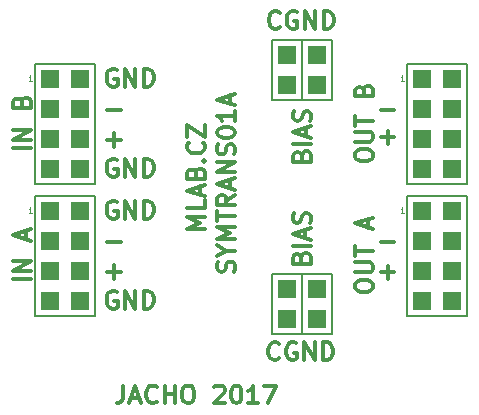
<source format=gbr>
%TF.GenerationSoftware,KiCad,Pcbnew,7.0.7-7.0.7~ubuntu23.04.1*%
%TF.CreationDate,2023-09-17T09:09:24+00:00*%
%TF.ProjectId,SYMTRANS01,53594d54-5241-44e5-9330-312e6b696361,REV*%
%TF.SameCoordinates,Original*%
%TF.FileFunction,Legend,Top*%
%TF.FilePolarity,Positive*%
%FSLAX46Y46*%
G04 Gerber Fmt 4.6, Leading zero omitted, Abs format (unit mm)*
G04 Created by KiCad (PCBNEW 7.0.7-7.0.7~ubuntu23.04.1) date 2023-09-17 09:09:24*
%MOMM*%
%LPD*%
G01*
G04 APERTURE LIST*
%ADD10C,0.300000*%
%ADD11C,0.050000*%
%ADD12C,0.150000*%
%ADD13R,1.524000X1.524000*%
G04 APERTURE END LIST*
D10*
X25089414Y14547257D02*
X25160842Y14761543D01*
X25160842Y14761543D02*
X25232271Y14832972D01*
X25232271Y14832972D02*
X25375128Y14904400D01*
X25375128Y14904400D02*
X25589414Y14904400D01*
X25589414Y14904400D02*
X25732271Y14832972D01*
X25732271Y14832972D02*
X25803700Y14761543D01*
X25803700Y14761543D02*
X25875128Y14618686D01*
X25875128Y14618686D02*
X25875128Y14047257D01*
X25875128Y14047257D02*
X24375128Y14047257D01*
X24375128Y14047257D02*
X24375128Y14547257D01*
X24375128Y14547257D02*
X24446557Y14690115D01*
X24446557Y14690115D02*
X24517985Y14761543D01*
X24517985Y14761543D02*
X24660842Y14832972D01*
X24660842Y14832972D02*
X24803700Y14832972D01*
X24803700Y14832972D02*
X24946557Y14761543D01*
X24946557Y14761543D02*
X25017985Y14690115D01*
X25017985Y14690115D02*
X25089414Y14547257D01*
X25089414Y14547257D02*
X25089414Y14047257D01*
X25875128Y15547257D02*
X24375128Y15547257D01*
X25446557Y16190115D02*
X25446557Y16904401D01*
X25875128Y16047258D02*
X24375128Y16547258D01*
X24375128Y16547258D02*
X25875128Y17047258D01*
X25803700Y17475829D02*
X25875128Y17690115D01*
X25875128Y17690115D02*
X25875128Y18047257D01*
X25875128Y18047257D02*
X25803700Y18190115D01*
X25803700Y18190115D02*
X25732271Y18261543D01*
X25732271Y18261543D02*
X25589414Y18332972D01*
X25589414Y18332972D02*
X25446557Y18332972D01*
X25446557Y18332972D02*
X25303700Y18261543D01*
X25303700Y18261543D02*
X25232271Y18190115D01*
X25232271Y18190115D02*
X25160842Y18047257D01*
X25160842Y18047257D02*
X25089414Y17761543D01*
X25089414Y17761543D02*
X25017985Y17618686D01*
X25017985Y17618686D02*
X24946557Y17547257D01*
X24946557Y17547257D02*
X24803700Y17475829D01*
X24803700Y17475829D02*
X24660842Y17475829D01*
X24660842Y17475829D02*
X24517985Y17547257D01*
X24517985Y17547257D02*
X24446557Y17618686D01*
X24446557Y17618686D02*
X24375128Y17761543D01*
X24375128Y17761543D02*
X24375128Y18118686D01*
X24375128Y18118686D02*
X24446557Y18332972D01*
X23222971Y6017728D02*
X23151543Y5946300D01*
X23151543Y5946300D02*
X22937257Y5874871D01*
X22937257Y5874871D02*
X22794400Y5874871D01*
X22794400Y5874871D02*
X22580114Y5946300D01*
X22580114Y5946300D02*
X22437257Y6089157D01*
X22437257Y6089157D02*
X22365828Y6232014D01*
X22365828Y6232014D02*
X22294400Y6517728D01*
X22294400Y6517728D02*
X22294400Y6732014D01*
X22294400Y6732014D02*
X22365828Y7017728D01*
X22365828Y7017728D02*
X22437257Y7160585D01*
X22437257Y7160585D02*
X22580114Y7303442D01*
X22580114Y7303442D02*
X22794400Y7374871D01*
X22794400Y7374871D02*
X22937257Y7374871D01*
X22937257Y7374871D02*
X23151543Y7303442D01*
X23151543Y7303442D02*
X23222971Y7232014D01*
X24651543Y7303442D02*
X24508686Y7374871D01*
X24508686Y7374871D02*
X24294400Y7374871D01*
X24294400Y7374871D02*
X24080114Y7303442D01*
X24080114Y7303442D02*
X23937257Y7160585D01*
X23937257Y7160585D02*
X23865828Y7017728D01*
X23865828Y7017728D02*
X23794400Y6732014D01*
X23794400Y6732014D02*
X23794400Y6517728D01*
X23794400Y6517728D02*
X23865828Y6232014D01*
X23865828Y6232014D02*
X23937257Y6089157D01*
X23937257Y6089157D02*
X24080114Y5946300D01*
X24080114Y5946300D02*
X24294400Y5874871D01*
X24294400Y5874871D02*
X24437257Y5874871D01*
X24437257Y5874871D02*
X24651543Y5946300D01*
X24651543Y5946300D02*
X24722971Y6017728D01*
X24722971Y6017728D02*
X24722971Y6517728D01*
X24722971Y6517728D02*
X24437257Y6517728D01*
X25365828Y5874871D02*
X25365828Y7374871D01*
X25365828Y7374871D02*
X26222971Y5874871D01*
X26222971Y5874871D02*
X26222971Y7374871D01*
X26937257Y5874871D02*
X26937257Y7374871D01*
X26937257Y7374871D02*
X27294400Y7374871D01*
X27294400Y7374871D02*
X27508686Y7303442D01*
X27508686Y7303442D02*
X27651543Y7160585D01*
X27651543Y7160585D02*
X27722972Y7017728D01*
X27722972Y7017728D02*
X27794400Y6732014D01*
X27794400Y6732014D02*
X27794400Y6517728D01*
X27794400Y6517728D02*
X27722972Y6232014D01*
X27722972Y6232014D02*
X27651543Y6089157D01*
X27651543Y6089157D02*
X27508686Y5946300D01*
X27508686Y5946300D02*
X27294400Y5874871D01*
X27294400Y5874871D02*
X26937257Y5874871D01*
X9468225Y30468242D02*
X9325368Y30539671D01*
X9325368Y30539671D02*
X9111082Y30539671D01*
X9111082Y30539671D02*
X8896796Y30468242D01*
X8896796Y30468242D02*
X8753939Y30325385D01*
X8753939Y30325385D02*
X8682510Y30182528D01*
X8682510Y30182528D02*
X8611082Y29896814D01*
X8611082Y29896814D02*
X8611082Y29682528D01*
X8611082Y29682528D02*
X8682510Y29396814D01*
X8682510Y29396814D02*
X8753939Y29253957D01*
X8753939Y29253957D02*
X8896796Y29111100D01*
X8896796Y29111100D02*
X9111082Y29039671D01*
X9111082Y29039671D02*
X9253939Y29039671D01*
X9253939Y29039671D02*
X9468225Y29111100D01*
X9468225Y29111100D02*
X9539653Y29182528D01*
X9539653Y29182528D02*
X9539653Y29682528D01*
X9539653Y29682528D02*
X9253939Y29682528D01*
X10182510Y29039671D02*
X10182510Y30539671D01*
X10182510Y30539671D02*
X11039653Y29039671D01*
X11039653Y29039671D02*
X11039653Y30539671D01*
X11753939Y29039671D02*
X11753939Y30539671D01*
X11753939Y30539671D02*
X12111082Y30539671D01*
X12111082Y30539671D02*
X12325368Y30468242D01*
X12325368Y30468242D02*
X12468225Y30325385D01*
X12468225Y30325385D02*
X12539654Y30182528D01*
X12539654Y30182528D02*
X12611082Y29896814D01*
X12611082Y29896814D02*
X12611082Y29682528D01*
X12611082Y29682528D02*
X12539654Y29396814D01*
X12539654Y29396814D02*
X12468225Y29253957D01*
X12468225Y29253957D02*
X12325368Y29111100D01*
X12325368Y29111100D02*
X12111082Y29039671D01*
X12111082Y29039671D02*
X11753939Y29039671D01*
X32973489Y27030900D02*
X31830632Y27030900D01*
X32973489Y24744900D02*
X31830632Y24744900D01*
X32402060Y25316328D02*
X32402060Y24173471D01*
X10026629Y3717271D02*
X10026629Y2645842D01*
X10026629Y2645842D02*
X9955200Y2431557D01*
X9955200Y2431557D02*
X9812343Y2288700D01*
X9812343Y2288700D02*
X9598057Y2217271D01*
X9598057Y2217271D02*
X9455200Y2217271D01*
X10669486Y2645842D02*
X11383772Y2645842D01*
X10526629Y2217271D02*
X11026629Y3717271D01*
X11026629Y3717271D02*
X11526629Y2217271D01*
X12883771Y2360128D02*
X12812343Y2288700D01*
X12812343Y2288700D02*
X12598057Y2217271D01*
X12598057Y2217271D02*
X12455200Y2217271D01*
X12455200Y2217271D02*
X12240914Y2288700D01*
X12240914Y2288700D02*
X12098057Y2431557D01*
X12098057Y2431557D02*
X12026628Y2574414D01*
X12026628Y2574414D02*
X11955200Y2860128D01*
X11955200Y2860128D02*
X11955200Y3074414D01*
X11955200Y3074414D02*
X12026628Y3360128D01*
X12026628Y3360128D02*
X12098057Y3502985D01*
X12098057Y3502985D02*
X12240914Y3645842D01*
X12240914Y3645842D02*
X12455200Y3717271D01*
X12455200Y3717271D02*
X12598057Y3717271D01*
X12598057Y3717271D02*
X12812343Y3645842D01*
X12812343Y3645842D02*
X12883771Y3574414D01*
X13526628Y2217271D02*
X13526628Y3717271D01*
X13526628Y3002985D02*
X14383771Y3002985D01*
X14383771Y2217271D02*
X14383771Y3717271D01*
X15383772Y3717271D02*
X15669486Y3717271D01*
X15669486Y3717271D02*
X15812343Y3645842D01*
X15812343Y3645842D02*
X15955200Y3502985D01*
X15955200Y3502985D02*
X16026629Y3217271D01*
X16026629Y3217271D02*
X16026629Y2717271D01*
X16026629Y2717271D02*
X15955200Y2431557D01*
X15955200Y2431557D02*
X15812343Y2288700D01*
X15812343Y2288700D02*
X15669486Y2217271D01*
X15669486Y2217271D02*
X15383772Y2217271D01*
X15383772Y2217271D02*
X15240915Y2288700D01*
X15240915Y2288700D02*
X15098057Y2431557D01*
X15098057Y2431557D02*
X15026629Y2717271D01*
X15026629Y2717271D02*
X15026629Y3217271D01*
X15026629Y3217271D02*
X15098057Y3502985D01*
X15098057Y3502985D02*
X15240915Y3645842D01*
X15240915Y3645842D02*
X15383772Y3717271D01*
X17740915Y3574414D02*
X17812343Y3645842D01*
X17812343Y3645842D02*
X17955201Y3717271D01*
X17955201Y3717271D02*
X18312343Y3717271D01*
X18312343Y3717271D02*
X18455201Y3645842D01*
X18455201Y3645842D02*
X18526629Y3574414D01*
X18526629Y3574414D02*
X18598058Y3431557D01*
X18598058Y3431557D02*
X18598058Y3288700D01*
X18598058Y3288700D02*
X18526629Y3074414D01*
X18526629Y3074414D02*
X17669486Y2217271D01*
X17669486Y2217271D02*
X18598058Y2217271D01*
X19526629Y3717271D02*
X19669486Y3717271D01*
X19669486Y3717271D02*
X19812343Y3645842D01*
X19812343Y3645842D02*
X19883772Y3574414D01*
X19883772Y3574414D02*
X19955200Y3431557D01*
X19955200Y3431557D02*
X20026629Y3145842D01*
X20026629Y3145842D02*
X20026629Y2788700D01*
X20026629Y2788700D02*
X19955200Y2502985D01*
X19955200Y2502985D02*
X19883772Y2360128D01*
X19883772Y2360128D02*
X19812343Y2288700D01*
X19812343Y2288700D02*
X19669486Y2217271D01*
X19669486Y2217271D02*
X19526629Y2217271D01*
X19526629Y2217271D02*
X19383772Y2288700D01*
X19383772Y2288700D02*
X19312343Y2360128D01*
X19312343Y2360128D02*
X19240914Y2502985D01*
X19240914Y2502985D02*
X19169486Y2788700D01*
X19169486Y2788700D02*
X19169486Y3145842D01*
X19169486Y3145842D02*
X19240914Y3431557D01*
X19240914Y3431557D02*
X19312343Y3574414D01*
X19312343Y3574414D02*
X19383772Y3645842D01*
X19383772Y3645842D02*
X19526629Y3717271D01*
X21455200Y2217271D02*
X20598057Y2217271D01*
X21026628Y2217271D02*
X21026628Y3717271D01*
X21026628Y3717271D02*
X20883771Y3502985D01*
X20883771Y3502985D02*
X20740914Y3360128D01*
X20740914Y3360128D02*
X20598057Y3288700D01*
X21955199Y3717271D02*
X22955199Y3717271D01*
X22955199Y3717271D02*
X22312342Y2217271D01*
X8682510Y13355100D02*
X9825368Y13355100D01*
X9253939Y12783671D02*
X9253939Y13926528D01*
X23273771Y34059328D02*
X23202343Y33987900D01*
X23202343Y33987900D02*
X22988057Y33916471D01*
X22988057Y33916471D02*
X22845200Y33916471D01*
X22845200Y33916471D02*
X22630914Y33987900D01*
X22630914Y33987900D02*
X22488057Y34130757D01*
X22488057Y34130757D02*
X22416628Y34273614D01*
X22416628Y34273614D02*
X22345200Y34559328D01*
X22345200Y34559328D02*
X22345200Y34773614D01*
X22345200Y34773614D02*
X22416628Y35059328D01*
X22416628Y35059328D02*
X22488057Y35202185D01*
X22488057Y35202185D02*
X22630914Y35345042D01*
X22630914Y35345042D02*
X22845200Y35416471D01*
X22845200Y35416471D02*
X22988057Y35416471D01*
X22988057Y35416471D02*
X23202343Y35345042D01*
X23202343Y35345042D02*
X23273771Y35273614D01*
X24702343Y35345042D02*
X24559486Y35416471D01*
X24559486Y35416471D02*
X24345200Y35416471D01*
X24345200Y35416471D02*
X24130914Y35345042D01*
X24130914Y35345042D02*
X23988057Y35202185D01*
X23988057Y35202185D02*
X23916628Y35059328D01*
X23916628Y35059328D02*
X23845200Y34773614D01*
X23845200Y34773614D02*
X23845200Y34559328D01*
X23845200Y34559328D02*
X23916628Y34273614D01*
X23916628Y34273614D02*
X23988057Y34130757D01*
X23988057Y34130757D02*
X24130914Y33987900D01*
X24130914Y33987900D02*
X24345200Y33916471D01*
X24345200Y33916471D02*
X24488057Y33916471D01*
X24488057Y33916471D02*
X24702343Y33987900D01*
X24702343Y33987900D02*
X24773771Y34059328D01*
X24773771Y34059328D02*
X24773771Y34559328D01*
X24773771Y34559328D02*
X24488057Y34559328D01*
X25416628Y33916471D02*
X25416628Y35416471D01*
X25416628Y35416471D02*
X26273771Y33916471D01*
X26273771Y33916471D02*
X26273771Y35416471D01*
X26988057Y33916471D02*
X26988057Y35416471D01*
X26988057Y35416471D02*
X27345200Y35416471D01*
X27345200Y35416471D02*
X27559486Y35345042D01*
X27559486Y35345042D02*
X27702343Y35202185D01*
X27702343Y35202185D02*
X27773772Y35059328D01*
X27773772Y35059328D02*
X27845200Y34773614D01*
X27845200Y34773614D02*
X27845200Y34559328D01*
X27845200Y34559328D02*
X27773772Y34273614D01*
X27773772Y34273614D02*
X27702343Y34130757D01*
X27702343Y34130757D02*
X27559486Y33987900D01*
X27559486Y33987900D02*
X27345200Y33916471D01*
X27345200Y33916471D02*
X26988057Y33916471D01*
X16934328Y17014571D02*
X15434328Y17014571D01*
X15434328Y17014571D02*
X16505757Y17514571D01*
X16505757Y17514571D02*
X15434328Y18014571D01*
X15434328Y18014571D02*
X16934328Y18014571D01*
X16934328Y19443143D02*
X16934328Y18728857D01*
X16934328Y18728857D02*
X15434328Y18728857D01*
X16505757Y19871715D02*
X16505757Y20586001D01*
X16934328Y19728858D02*
X15434328Y20228858D01*
X15434328Y20228858D02*
X16934328Y20728858D01*
X16148614Y21728857D02*
X16220042Y21943143D01*
X16220042Y21943143D02*
X16291471Y22014572D01*
X16291471Y22014572D02*
X16434328Y22086000D01*
X16434328Y22086000D02*
X16648614Y22086000D01*
X16648614Y22086000D02*
X16791471Y22014572D01*
X16791471Y22014572D02*
X16862900Y21943143D01*
X16862900Y21943143D02*
X16934328Y21800286D01*
X16934328Y21800286D02*
X16934328Y21228857D01*
X16934328Y21228857D02*
X15434328Y21228857D01*
X15434328Y21228857D02*
X15434328Y21728857D01*
X15434328Y21728857D02*
X15505757Y21871715D01*
X15505757Y21871715D02*
X15577185Y21943143D01*
X15577185Y21943143D02*
X15720042Y22014572D01*
X15720042Y22014572D02*
X15862900Y22014572D01*
X15862900Y22014572D02*
X16005757Y21943143D01*
X16005757Y21943143D02*
X16077185Y21871715D01*
X16077185Y21871715D02*
X16148614Y21728857D01*
X16148614Y21728857D02*
X16148614Y21228857D01*
X16791471Y22728857D02*
X16862900Y22800286D01*
X16862900Y22800286D02*
X16934328Y22728857D01*
X16934328Y22728857D02*
X16862900Y22657429D01*
X16862900Y22657429D02*
X16791471Y22728857D01*
X16791471Y22728857D02*
X16934328Y22728857D01*
X16791471Y24300286D02*
X16862900Y24228858D01*
X16862900Y24228858D02*
X16934328Y24014572D01*
X16934328Y24014572D02*
X16934328Y23871715D01*
X16934328Y23871715D02*
X16862900Y23657429D01*
X16862900Y23657429D02*
X16720042Y23514572D01*
X16720042Y23514572D02*
X16577185Y23443143D01*
X16577185Y23443143D02*
X16291471Y23371715D01*
X16291471Y23371715D02*
X16077185Y23371715D01*
X16077185Y23371715D02*
X15791471Y23443143D01*
X15791471Y23443143D02*
X15648614Y23514572D01*
X15648614Y23514572D02*
X15505757Y23657429D01*
X15505757Y23657429D02*
X15434328Y23871715D01*
X15434328Y23871715D02*
X15434328Y24014572D01*
X15434328Y24014572D02*
X15505757Y24228858D01*
X15505757Y24228858D02*
X15577185Y24300286D01*
X15434328Y24800286D02*
X15434328Y25800286D01*
X15434328Y25800286D02*
X16934328Y24800286D01*
X16934328Y24800286D02*
X16934328Y25800286D01*
X32973489Y15854900D02*
X31830632Y15854900D01*
X8682510Y24531100D02*
X9825368Y24531100D01*
X9253939Y23959671D02*
X9253939Y25102528D01*
X8682510Y15895100D02*
X9825368Y15895100D01*
X8682510Y27071100D02*
X9825368Y27071100D01*
X9468225Y19292242D02*
X9325368Y19363671D01*
X9325368Y19363671D02*
X9111082Y19363671D01*
X9111082Y19363671D02*
X8896796Y19292242D01*
X8896796Y19292242D02*
X8753939Y19149385D01*
X8753939Y19149385D02*
X8682510Y19006528D01*
X8682510Y19006528D02*
X8611082Y18720814D01*
X8611082Y18720814D02*
X8611082Y18506528D01*
X8611082Y18506528D02*
X8682510Y18220814D01*
X8682510Y18220814D02*
X8753939Y18077957D01*
X8753939Y18077957D02*
X8896796Y17935100D01*
X8896796Y17935100D02*
X9111082Y17863671D01*
X9111082Y17863671D02*
X9253939Y17863671D01*
X9253939Y17863671D02*
X9468225Y17935100D01*
X9468225Y17935100D02*
X9539653Y18006528D01*
X9539653Y18006528D02*
X9539653Y18506528D01*
X9539653Y18506528D02*
X9253939Y18506528D01*
X10182510Y17863671D02*
X10182510Y19363671D01*
X10182510Y19363671D02*
X11039653Y17863671D01*
X11039653Y17863671D02*
X11039653Y19363671D01*
X11753939Y17863671D02*
X11753939Y19363671D01*
X11753939Y19363671D02*
X12111082Y19363671D01*
X12111082Y19363671D02*
X12325368Y19292242D01*
X12325368Y19292242D02*
X12468225Y19149385D01*
X12468225Y19149385D02*
X12539654Y19006528D01*
X12539654Y19006528D02*
X12611082Y18720814D01*
X12611082Y18720814D02*
X12611082Y18506528D01*
X12611082Y18506528D02*
X12539654Y18220814D01*
X12539654Y18220814D02*
X12468225Y18077957D01*
X12468225Y18077957D02*
X12325368Y17935100D01*
X12325368Y17935100D02*
X12111082Y17863671D01*
X12111082Y17863671D02*
X11753939Y17863671D01*
X9468225Y22848242D02*
X9325368Y22919671D01*
X9325368Y22919671D02*
X9111082Y22919671D01*
X9111082Y22919671D02*
X8896796Y22848242D01*
X8896796Y22848242D02*
X8753939Y22705385D01*
X8753939Y22705385D02*
X8682510Y22562528D01*
X8682510Y22562528D02*
X8611082Y22276814D01*
X8611082Y22276814D02*
X8611082Y22062528D01*
X8611082Y22062528D02*
X8682510Y21776814D01*
X8682510Y21776814D02*
X8753939Y21633957D01*
X8753939Y21633957D02*
X8896796Y21491100D01*
X8896796Y21491100D02*
X9111082Y21419671D01*
X9111082Y21419671D02*
X9253939Y21419671D01*
X9253939Y21419671D02*
X9468225Y21491100D01*
X9468225Y21491100D02*
X9539653Y21562528D01*
X9539653Y21562528D02*
X9539653Y22062528D01*
X9539653Y22062528D02*
X9253939Y22062528D01*
X10182510Y21419671D02*
X10182510Y22919671D01*
X10182510Y22919671D02*
X11039653Y21419671D01*
X11039653Y21419671D02*
X11039653Y22919671D01*
X11753939Y21419671D02*
X11753939Y22919671D01*
X11753939Y22919671D02*
X12111082Y22919671D01*
X12111082Y22919671D02*
X12325368Y22848242D01*
X12325368Y22848242D02*
X12468225Y22705385D01*
X12468225Y22705385D02*
X12539654Y22562528D01*
X12539654Y22562528D02*
X12611082Y22276814D01*
X12611082Y22276814D02*
X12611082Y22062528D01*
X12611082Y22062528D02*
X12539654Y21776814D01*
X12539654Y21776814D02*
X12468225Y21633957D01*
X12468225Y21633957D02*
X12325368Y21491100D01*
X12325368Y21491100D02*
X12111082Y21419671D01*
X12111082Y21419671D02*
X11753939Y21419671D01*
X29658328Y12017714D02*
X29658328Y12303428D01*
X29658328Y12303428D02*
X29729757Y12446285D01*
X29729757Y12446285D02*
X29872614Y12589142D01*
X29872614Y12589142D02*
X30158328Y12660571D01*
X30158328Y12660571D02*
X30658328Y12660571D01*
X30658328Y12660571D02*
X30944042Y12589142D01*
X30944042Y12589142D02*
X31086900Y12446285D01*
X31086900Y12446285D02*
X31158328Y12303428D01*
X31158328Y12303428D02*
X31158328Y12017714D01*
X31158328Y12017714D02*
X31086900Y11874857D01*
X31086900Y11874857D02*
X30944042Y11731999D01*
X30944042Y11731999D02*
X30658328Y11660571D01*
X30658328Y11660571D02*
X30158328Y11660571D01*
X30158328Y11660571D02*
X29872614Y11731999D01*
X29872614Y11731999D02*
X29729757Y11874857D01*
X29729757Y11874857D02*
X29658328Y12017714D01*
X29658328Y13303428D02*
X30872614Y13303428D01*
X30872614Y13303428D02*
X31015471Y13374857D01*
X31015471Y13374857D02*
X31086900Y13446286D01*
X31086900Y13446286D02*
X31158328Y13589143D01*
X31158328Y13589143D02*
X31158328Y13874857D01*
X31158328Y13874857D02*
X31086900Y14017714D01*
X31086900Y14017714D02*
X31015471Y14089143D01*
X31015471Y14089143D02*
X30872614Y14160571D01*
X30872614Y14160571D02*
X29658328Y14160571D01*
X29658328Y14660572D02*
X29658328Y15517715D01*
X31158328Y15089143D02*
X29658328Y15089143D01*
X30729757Y17089143D02*
X30729757Y17803429D01*
X31158328Y16946286D02*
X29658328Y17446286D01*
X29658328Y17446286D02*
X31158328Y17946286D01*
X2202328Y12731999D02*
X702328Y12731999D01*
X2202328Y13446285D02*
X702328Y13446285D01*
X702328Y13446285D02*
X2202328Y14303428D01*
X2202328Y14303428D02*
X702328Y14303428D01*
X1773757Y16089143D02*
X1773757Y16803429D01*
X2202328Y15946286D02*
X702328Y16446286D01*
X702328Y16446286D02*
X2202328Y16946286D01*
X32973489Y13314900D02*
X31830632Y13314900D01*
X32402060Y13886328D02*
X32402060Y12743471D01*
X19402900Y13363715D02*
X19474328Y13578001D01*
X19474328Y13578001D02*
X19474328Y13935143D01*
X19474328Y13935143D02*
X19402900Y14078001D01*
X19402900Y14078001D02*
X19331471Y14149429D01*
X19331471Y14149429D02*
X19188614Y14220858D01*
X19188614Y14220858D02*
X19045757Y14220858D01*
X19045757Y14220858D02*
X18902900Y14149429D01*
X18902900Y14149429D02*
X18831471Y14078001D01*
X18831471Y14078001D02*
X18760042Y13935143D01*
X18760042Y13935143D02*
X18688614Y13649429D01*
X18688614Y13649429D02*
X18617185Y13506572D01*
X18617185Y13506572D02*
X18545757Y13435143D01*
X18545757Y13435143D02*
X18402900Y13363715D01*
X18402900Y13363715D02*
X18260042Y13363715D01*
X18260042Y13363715D02*
X18117185Y13435143D01*
X18117185Y13435143D02*
X18045757Y13506572D01*
X18045757Y13506572D02*
X17974328Y13649429D01*
X17974328Y13649429D02*
X17974328Y14006572D01*
X17974328Y14006572D02*
X18045757Y14220858D01*
X18760042Y15149429D02*
X19474328Y15149429D01*
X17974328Y14649429D02*
X18760042Y15149429D01*
X18760042Y15149429D02*
X17974328Y15649429D01*
X19474328Y16149428D02*
X17974328Y16149428D01*
X17974328Y16149428D02*
X19045757Y16649428D01*
X19045757Y16649428D02*
X17974328Y17149428D01*
X17974328Y17149428D02*
X19474328Y17149428D01*
X17974328Y17649429D02*
X17974328Y18506572D01*
X19474328Y18078000D02*
X17974328Y18078000D01*
X19474328Y19863714D02*
X18760042Y19363714D01*
X19474328Y19006571D02*
X17974328Y19006571D01*
X17974328Y19006571D02*
X17974328Y19578000D01*
X17974328Y19578000D02*
X18045757Y19720857D01*
X18045757Y19720857D02*
X18117185Y19792286D01*
X18117185Y19792286D02*
X18260042Y19863714D01*
X18260042Y19863714D02*
X18474328Y19863714D01*
X18474328Y19863714D02*
X18617185Y19792286D01*
X18617185Y19792286D02*
X18688614Y19720857D01*
X18688614Y19720857D02*
X18760042Y19578000D01*
X18760042Y19578000D02*
X18760042Y19006571D01*
X19045757Y20435143D02*
X19045757Y21149429D01*
X19474328Y20292286D02*
X17974328Y20792286D01*
X17974328Y20792286D02*
X19474328Y21292286D01*
X19474328Y21792285D02*
X17974328Y21792285D01*
X17974328Y21792285D02*
X19474328Y22649428D01*
X19474328Y22649428D02*
X17974328Y22649428D01*
X19402900Y23292286D02*
X19474328Y23506572D01*
X19474328Y23506572D02*
X19474328Y23863714D01*
X19474328Y23863714D02*
X19402900Y24006572D01*
X19402900Y24006572D02*
X19331471Y24078000D01*
X19331471Y24078000D02*
X19188614Y24149429D01*
X19188614Y24149429D02*
X19045757Y24149429D01*
X19045757Y24149429D02*
X18902900Y24078000D01*
X18902900Y24078000D02*
X18831471Y24006572D01*
X18831471Y24006572D02*
X18760042Y23863714D01*
X18760042Y23863714D02*
X18688614Y23578000D01*
X18688614Y23578000D02*
X18617185Y23435143D01*
X18617185Y23435143D02*
X18545757Y23363714D01*
X18545757Y23363714D02*
X18402900Y23292286D01*
X18402900Y23292286D02*
X18260042Y23292286D01*
X18260042Y23292286D02*
X18117185Y23363714D01*
X18117185Y23363714D02*
X18045757Y23435143D01*
X18045757Y23435143D02*
X17974328Y23578000D01*
X17974328Y23578000D02*
X17974328Y23935143D01*
X17974328Y23935143D02*
X18045757Y24149429D01*
X17974328Y25078000D02*
X17974328Y25220857D01*
X17974328Y25220857D02*
X18045757Y25363714D01*
X18045757Y25363714D02*
X18117185Y25435143D01*
X18117185Y25435143D02*
X18260042Y25506571D01*
X18260042Y25506571D02*
X18545757Y25578000D01*
X18545757Y25578000D02*
X18902900Y25578000D01*
X18902900Y25578000D02*
X19188614Y25506571D01*
X19188614Y25506571D02*
X19331471Y25435143D01*
X19331471Y25435143D02*
X19402900Y25363714D01*
X19402900Y25363714D02*
X19474328Y25220857D01*
X19474328Y25220857D02*
X19474328Y25078000D01*
X19474328Y25078000D02*
X19402900Y24935143D01*
X19402900Y24935143D02*
X19331471Y24863714D01*
X19331471Y24863714D02*
X19188614Y24792285D01*
X19188614Y24792285D02*
X18902900Y24720857D01*
X18902900Y24720857D02*
X18545757Y24720857D01*
X18545757Y24720857D02*
X18260042Y24792285D01*
X18260042Y24792285D02*
X18117185Y24863714D01*
X18117185Y24863714D02*
X18045757Y24935143D01*
X18045757Y24935143D02*
X17974328Y25078000D01*
X19474328Y27006571D02*
X19474328Y26149428D01*
X19474328Y26577999D02*
X17974328Y26577999D01*
X17974328Y26577999D02*
X18188614Y26435142D01*
X18188614Y26435142D02*
X18331471Y26292285D01*
X18331471Y26292285D02*
X18402900Y26149428D01*
X19045757Y27577999D02*
X19045757Y28292285D01*
X19474328Y27435142D02*
X17974328Y27935142D01*
X17974328Y27935142D02*
X19474328Y28435142D01*
X9468225Y11672242D02*
X9325368Y11743671D01*
X9325368Y11743671D02*
X9111082Y11743671D01*
X9111082Y11743671D02*
X8896796Y11672242D01*
X8896796Y11672242D02*
X8753939Y11529385D01*
X8753939Y11529385D02*
X8682510Y11386528D01*
X8682510Y11386528D02*
X8611082Y11100814D01*
X8611082Y11100814D02*
X8611082Y10886528D01*
X8611082Y10886528D02*
X8682510Y10600814D01*
X8682510Y10600814D02*
X8753939Y10457957D01*
X8753939Y10457957D02*
X8896796Y10315100D01*
X8896796Y10315100D02*
X9111082Y10243671D01*
X9111082Y10243671D02*
X9253939Y10243671D01*
X9253939Y10243671D02*
X9468225Y10315100D01*
X9468225Y10315100D02*
X9539653Y10386528D01*
X9539653Y10386528D02*
X9539653Y10886528D01*
X9539653Y10886528D02*
X9253939Y10886528D01*
X10182510Y10243671D02*
X10182510Y11743671D01*
X10182510Y11743671D02*
X11039653Y10243671D01*
X11039653Y10243671D02*
X11039653Y11743671D01*
X11753939Y10243671D02*
X11753939Y11743671D01*
X11753939Y11743671D02*
X12111082Y11743671D01*
X12111082Y11743671D02*
X12325368Y11672242D01*
X12325368Y11672242D02*
X12468225Y11529385D01*
X12468225Y11529385D02*
X12539654Y11386528D01*
X12539654Y11386528D02*
X12611082Y11100814D01*
X12611082Y11100814D02*
X12611082Y10886528D01*
X12611082Y10886528D02*
X12539654Y10600814D01*
X12539654Y10600814D02*
X12468225Y10457957D01*
X12468225Y10457957D02*
X12325368Y10315100D01*
X12325368Y10315100D02*
X12111082Y10243671D01*
X12111082Y10243671D02*
X11753939Y10243671D01*
X2202328Y23800856D02*
X702328Y23800856D01*
X2202328Y24515142D02*
X702328Y24515142D01*
X702328Y24515142D02*
X2202328Y25372285D01*
X2202328Y25372285D02*
X702328Y25372285D01*
X1416614Y27729428D02*
X1488042Y27943714D01*
X1488042Y27943714D02*
X1559471Y28015143D01*
X1559471Y28015143D02*
X1702328Y28086571D01*
X1702328Y28086571D02*
X1916614Y28086571D01*
X1916614Y28086571D02*
X2059471Y28015143D01*
X2059471Y28015143D02*
X2130900Y27943714D01*
X2130900Y27943714D02*
X2202328Y27800857D01*
X2202328Y27800857D02*
X2202328Y27229428D01*
X2202328Y27229428D02*
X702328Y27229428D01*
X702328Y27229428D02*
X702328Y27729428D01*
X702328Y27729428D02*
X773757Y27872286D01*
X773757Y27872286D02*
X845185Y27943714D01*
X845185Y27943714D02*
X988042Y28015143D01*
X988042Y28015143D02*
X1130900Y28015143D01*
X1130900Y28015143D02*
X1273757Y27943714D01*
X1273757Y27943714D02*
X1345185Y27872286D01*
X1345185Y27872286D02*
X1416614Y27729428D01*
X1416614Y27729428D02*
X1416614Y27229428D01*
X29658328Y23086571D02*
X29658328Y23372285D01*
X29658328Y23372285D02*
X29729757Y23515142D01*
X29729757Y23515142D02*
X29872614Y23657999D01*
X29872614Y23657999D02*
X30158328Y23729428D01*
X30158328Y23729428D02*
X30658328Y23729428D01*
X30658328Y23729428D02*
X30944042Y23657999D01*
X30944042Y23657999D02*
X31086900Y23515142D01*
X31086900Y23515142D02*
X31158328Y23372285D01*
X31158328Y23372285D02*
X31158328Y23086571D01*
X31158328Y23086571D02*
X31086900Y22943714D01*
X31086900Y22943714D02*
X30944042Y22800856D01*
X30944042Y22800856D02*
X30658328Y22729428D01*
X30658328Y22729428D02*
X30158328Y22729428D01*
X30158328Y22729428D02*
X29872614Y22800856D01*
X29872614Y22800856D02*
X29729757Y22943714D01*
X29729757Y22943714D02*
X29658328Y23086571D01*
X29658328Y24372285D02*
X30872614Y24372285D01*
X30872614Y24372285D02*
X31015471Y24443714D01*
X31015471Y24443714D02*
X31086900Y24515143D01*
X31086900Y24515143D02*
X31158328Y24658000D01*
X31158328Y24658000D02*
X31158328Y24943714D01*
X31158328Y24943714D02*
X31086900Y25086571D01*
X31086900Y25086571D02*
X31015471Y25158000D01*
X31015471Y25158000D02*
X30872614Y25229428D01*
X30872614Y25229428D02*
X29658328Y25229428D01*
X29658328Y25729429D02*
X29658328Y26586572D01*
X31158328Y26158000D02*
X29658328Y26158000D01*
X30372614Y28729428D02*
X30444042Y28943714D01*
X30444042Y28943714D02*
X30515471Y29015143D01*
X30515471Y29015143D02*
X30658328Y29086571D01*
X30658328Y29086571D02*
X30872614Y29086571D01*
X30872614Y29086571D02*
X31015471Y29015143D01*
X31015471Y29015143D02*
X31086900Y28943714D01*
X31086900Y28943714D02*
X31158328Y28800857D01*
X31158328Y28800857D02*
X31158328Y28229428D01*
X31158328Y28229428D02*
X29658328Y28229428D01*
X29658328Y28229428D02*
X29658328Y28729428D01*
X29658328Y28729428D02*
X29729757Y28872286D01*
X29729757Y28872286D02*
X29801185Y28943714D01*
X29801185Y28943714D02*
X29944042Y29015143D01*
X29944042Y29015143D02*
X30086900Y29015143D01*
X30086900Y29015143D02*
X30229757Y28943714D01*
X30229757Y28943714D02*
X30301185Y28872286D01*
X30301185Y28872286D02*
X30372614Y28729428D01*
X30372614Y28729428D02*
X30372614Y28229428D01*
X25140214Y23183257D02*
X25211642Y23397543D01*
X25211642Y23397543D02*
X25283071Y23468972D01*
X25283071Y23468972D02*
X25425928Y23540400D01*
X25425928Y23540400D02*
X25640214Y23540400D01*
X25640214Y23540400D02*
X25783071Y23468972D01*
X25783071Y23468972D02*
X25854500Y23397543D01*
X25854500Y23397543D02*
X25925928Y23254686D01*
X25925928Y23254686D02*
X25925928Y22683257D01*
X25925928Y22683257D02*
X24425928Y22683257D01*
X24425928Y22683257D02*
X24425928Y23183257D01*
X24425928Y23183257D02*
X24497357Y23326115D01*
X24497357Y23326115D02*
X24568785Y23397543D01*
X24568785Y23397543D02*
X24711642Y23468972D01*
X24711642Y23468972D02*
X24854500Y23468972D01*
X24854500Y23468972D02*
X24997357Y23397543D01*
X24997357Y23397543D02*
X25068785Y23326115D01*
X25068785Y23326115D02*
X25140214Y23183257D01*
X25140214Y23183257D02*
X25140214Y22683257D01*
X25925928Y24183257D02*
X24425928Y24183257D01*
X25497357Y24826115D02*
X25497357Y25540401D01*
X25925928Y24683258D02*
X24425928Y25183258D01*
X24425928Y25183258D02*
X25925928Y25683258D01*
X25854500Y26111829D02*
X25925928Y26326115D01*
X25925928Y26326115D02*
X25925928Y26683257D01*
X25925928Y26683257D02*
X25854500Y26826115D01*
X25854500Y26826115D02*
X25783071Y26897543D01*
X25783071Y26897543D02*
X25640214Y26968972D01*
X25640214Y26968972D02*
X25497357Y26968972D01*
X25497357Y26968972D02*
X25354500Y26897543D01*
X25354500Y26897543D02*
X25283071Y26826115D01*
X25283071Y26826115D02*
X25211642Y26683257D01*
X25211642Y26683257D02*
X25140214Y26397543D01*
X25140214Y26397543D02*
X25068785Y26254686D01*
X25068785Y26254686D02*
X24997357Y26183257D01*
X24997357Y26183257D02*
X24854500Y26111829D01*
X24854500Y26111829D02*
X24711642Y26111829D01*
X24711642Y26111829D02*
X24568785Y26183257D01*
X24568785Y26183257D02*
X24497357Y26254686D01*
X24497357Y26254686D02*
X24425928Y26397543D01*
X24425928Y26397543D02*
X24425928Y26754686D01*
X24425928Y26754686D02*
X24497357Y26968972D01*
D11*
X2301857Y18313290D02*
X2016143Y18313290D01*
X2159000Y18313290D02*
X2159000Y18813290D01*
X2159000Y18813290D02*
X2111381Y18741861D01*
X2111381Y18741861D02*
X2063762Y18694242D01*
X2063762Y18694242D02*
X2016143Y18670433D01*
X2301857Y29489290D02*
X2016143Y29489290D01*
X2159000Y29489290D02*
X2159000Y29989290D01*
X2159000Y29989290D02*
X2111381Y29917861D01*
X2111381Y29917861D02*
X2063762Y29870242D01*
X2063762Y29870242D02*
X2016143Y29846433D01*
X33797857Y18313290D02*
X33512143Y18313290D01*
X33655000Y18313290D02*
X33655000Y18813290D01*
X33655000Y18813290D02*
X33607381Y18741861D01*
X33607381Y18741861D02*
X33559762Y18694242D01*
X33559762Y18694242D02*
X33512143Y18670433D01*
X33797857Y29489290D02*
X33512143Y29489290D01*
X33655000Y29489290D02*
X33655000Y29989290D01*
X33655000Y29989290D02*
X33607381Y29917861D01*
X33607381Y29917861D02*
X33559762Y29870242D01*
X33559762Y29870242D02*
X33512143Y29846433D01*
D12*
%TO.C,J1*%
X2540000Y19812000D02*
X7620000Y19812000D01*
X2540000Y9652000D02*
X2540000Y19812000D01*
X7620000Y19812000D02*
X7620000Y9652000D01*
X7620000Y9652000D02*
X2540000Y9652000D01*
%TO.C,J2*%
X2540000Y30988000D02*
X7620000Y30988000D01*
X2540000Y20828000D02*
X2540000Y30988000D01*
X7620000Y30988000D02*
X7620000Y20828000D01*
X7620000Y20828000D02*
X2540000Y20828000D01*
%TO.C,J3*%
X25146000Y13208000D02*
X25146000Y8128000D01*
X22606000Y13208000D02*
X25146000Y13208000D01*
X25146000Y8128000D02*
X22606000Y8128000D01*
X22606000Y8128000D02*
X22606000Y13208000D01*
%TO.C,J4*%
X22606000Y27940000D02*
X22606000Y33020000D01*
X25146000Y27940000D02*
X22606000Y27940000D01*
X22606000Y33020000D02*
X25146000Y33020000D01*
X25146000Y33020000D02*
X25146000Y27940000D01*
%TO.C,J5*%
X27686000Y13208000D02*
X27686000Y8128000D01*
X25146000Y13208000D02*
X27686000Y13208000D01*
X27686000Y8128000D02*
X25146000Y8128000D01*
X25146000Y8128000D02*
X25146000Y13208000D01*
%TO.C,J6*%
X25146000Y27940000D02*
X25146000Y33020000D01*
X27686000Y27940000D02*
X25146000Y27940000D01*
X25146000Y33020000D02*
X27686000Y33020000D01*
X27686000Y33020000D02*
X27686000Y27940000D01*
%TO.C,J7*%
X34036000Y19812000D02*
X39116000Y19812000D01*
X34036000Y9652000D02*
X34036000Y19812000D01*
X39116000Y19812000D02*
X39116000Y9652000D01*
X39116000Y9652000D02*
X34036000Y9652000D01*
%TO.C,J8*%
X34036000Y30988000D02*
X39116000Y30988000D01*
X34036000Y20828000D02*
X34036000Y30988000D01*
X39116000Y30988000D02*
X39116000Y20828000D01*
X39116000Y20828000D02*
X34036000Y20828000D01*
%TD*%
D13*
%TO.C,J1*%
X3810000Y18542000D03*
X6350000Y18542000D03*
X3810000Y16002000D03*
X6350000Y16002000D03*
X3810000Y13462000D03*
X6350000Y13462000D03*
X3810000Y10922000D03*
X6350000Y10922000D03*
%TD*%
%TO.C,J2*%
X3810000Y29718000D03*
X6350000Y29718000D03*
X3810000Y27178000D03*
X6350000Y27178000D03*
X3810000Y24638000D03*
X6350000Y24638000D03*
X3810000Y22098000D03*
X6350000Y22098000D03*
%TD*%
%TO.C,J3*%
X23876000Y11938000D03*
X23876000Y9398000D03*
%TD*%
%TO.C,J4*%
X23876000Y29210000D03*
X23876000Y31750000D03*
%TD*%
%TO.C,J5*%
X26416000Y11938000D03*
X26416000Y9398000D03*
%TD*%
%TO.C,J6*%
X26416000Y29210000D03*
X26416000Y31750000D03*
%TD*%
%TO.C,J7*%
X35306000Y18542000D03*
X37846000Y18542000D03*
X35306000Y16002000D03*
X37846000Y16002000D03*
X35306000Y13462000D03*
X37846000Y13462000D03*
X35306000Y10922000D03*
X37846000Y10922000D03*
%TD*%
%TO.C,J8*%
X35306000Y29718000D03*
X37846000Y29718000D03*
X35306000Y27178000D03*
X37846000Y27178000D03*
X35306000Y24638000D03*
X37846000Y24638000D03*
X35306000Y22098000D03*
X37846000Y22098000D03*
%TD*%
M02*

</source>
